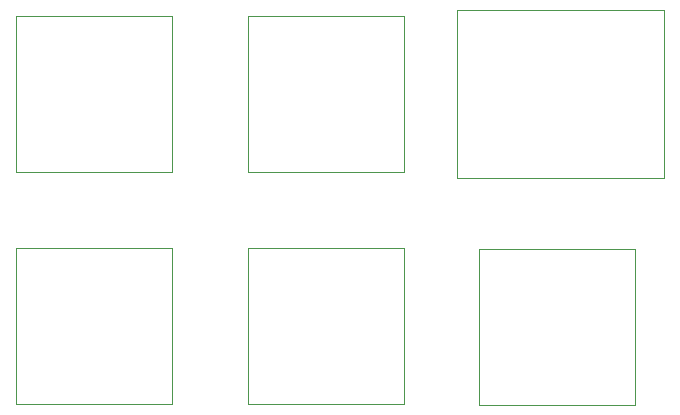
<source format=gbr>
%TF.GenerationSoftware,KiCad,Pcbnew,(5.1.6)-1*%
%TF.CreationDate,2020-10-14T18:33:49+03:00*%
%TF.ProjectId,aplx6.rev2,61706c78-362e-4726-9576-322e6b696361,rev?*%
%TF.SameCoordinates,Original*%
%TF.FileFunction,Other,User*%
%FSLAX46Y46*%
G04 Gerber Fmt 4.6, Leading zero omitted, Abs format (unit mm)*
G04 Created by KiCad (PCBNEW (5.1.6)-1) date 2020-10-14 18:33:49*
%MOMM*%
%LPD*%
G01*
G04 APERTURE LIST*
%ADD10C,0.050000*%
G04 APERTURE END LIST*
D10*
%TO.C,SW3*%
X151360000Y-81680000D02*
X151360000Y-68480000D01*
X164560000Y-81680000D02*
X151360000Y-81680000D01*
X164560000Y-68480000D02*
X164560000Y-81680000D01*
X151360000Y-68480000D02*
X164560000Y-68480000D01*
%TO.C,SW1*%
X131760000Y-81680000D02*
X131760000Y-68480000D01*
X144960000Y-81680000D02*
X131760000Y-81680000D01*
X144960000Y-68480000D02*
X144960000Y-81680000D01*
X131760000Y-68480000D02*
X144960000Y-68480000D01*
%TO.C,SW5*%
X186546000Y-82157000D02*
X169046000Y-82157000D01*
X186546000Y-82157000D02*
X186546000Y-67957000D01*
X169046000Y-67957000D02*
X169046000Y-82157000D01*
X169046000Y-67957000D02*
X186546000Y-67957000D01*
%TO.C,SW6*%
X170960000Y-101380000D02*
X170960000Y-88180000D01*
X184160000Y-101380000D02*
X170960000Y-101380000D01*
X184160000Y-88180000D02*
X184160000Y-101380000D01*
X170960000Y-88180000D02*
X184160000Y-88180000D01*
%TO.C,SW2*%
X131760000Y-101280000D02*
X131760000Y-88080000D01*
X144960000Y-101280000D02*
X131760000Y-101280000D01*
X144960000Y-88080000D02*
X144960000Y-101280000D01*
X131760000Y-88080000D02*
X144960000Y-88080000D01*
%TO.C,SW4*%
X151360000Y-101280000D02*
X151360000Y-88080000D01*
X164560000Y-101280000D02*
X151360000Y-101280000D01*
X164560000Y-88080000D02*
X164560000Y-101280000D01*
X151360000Y-88080000D02*
X164560000Y-88080000D01*
%TD*%
M02*

</source>
